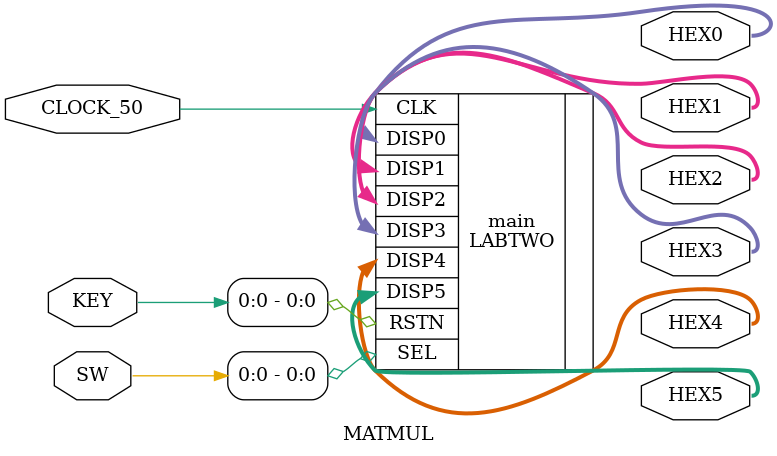
<source format=sv>
module MATMUL(

	//////////// CLOCK //////////
	input 		          		CLOCK_50,

	//////////// KEY //////////
	input 		     [3:0]		KEY,

	//////////// SW //////////
	input 		     [9:0]		SW,

	//////////// Seg7 //////////
	output		     [6:0]		HEX0,
	output		     [6:0]		HEX1,
	output		     [6:0]		HEX2,
	output		     [6:0]		HEX3,
	output		     [6:0]		HEX4,
	output		     [6:0]		HEX5
);

	LABTWO main(
		.CLK(CLOCK_50),
		.SEL(SW[0]),
		.RSTN(KEY[0]),
		.DISP0(HEX0),
		.DISP1(HEX1),
		.DISP2(HEX2),
		.DISP3(HEX3),
		.DISP4(HEX4),
		.DISP5(HEX5)
	);

endmodule

</source>
